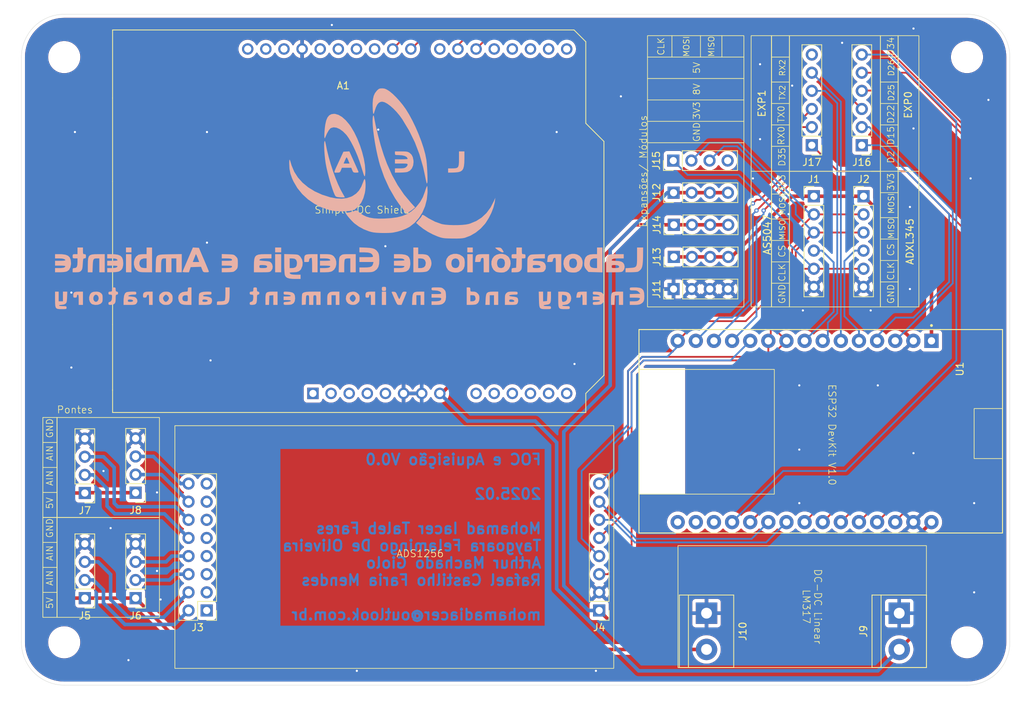
<source format=kicad_pcb>
(kicad_pcb (version 20241229) (generator "pcbnew") (generator_version "9.0")
  (layers (0 "F.Cu" signal) (2 "B.Cu" signal) (13 "F.Paste" user) (15 "B.Paste" user) (5 "F.SilkS" user "F.Silkscreen") (7 "B.SilkS" user "B.Silkscreen") (1 "F.Mask" user) (3 "B.Mask" user) (25 "Edge.Cuts" user))
  (net 0 "")
  (net 33 "CS_ADXL")
  (net 35 "D22")
  (net 36 "D34")
  (net 37 "D26")
  (net 38 "D25")
  (net 40 "D2")
  (net 41 "D15")
  (net 43 "D35")
  (net 44 "TX2")
  (net 45 "TX0")
  (net 46 "RX2")
  (net 48 "RX0")
  (net 50 "mot_2")
  (net 51 "mot_en")
  (net 52 "GND")
  (net 53 "+8V")
  (net 54 "mot_3")
  (net 55 "mot_1")
  (net 56 "+5V")
  (net 57 "+3.3V")
  (net 58 "MISO")
  (net 59 "CS_AS5047")
  (net 60 "CLK")
  (net 61 "MOSI")
  (net 62 "AIN2")
  (net 63 "AIN6")
  (net 64 "AIN3")
  (net 65 "AIN0")
  (net 66 "AIN7")
  (net 67 "AIN4")
  (net 68 "AIN5")
  (net 69 "AIN1")
  (net 70 "DRDY_ADS1256")
  (net 71 "RST_ADS1256")
  (net 72 "CS_ADS1256")
  (footprint "MountingHole:MountingHole_4mm" (layer "F.Cu") (at 239.5 142)
    (property "Reference" "H1" (hide yes))
    (property "Value" "MountingHole" (hide yes))
  )
  (footprint "Connector_PinHeader_2.54mm:PinHeader_1x04_P2.54mm_Vertical" (layer "F.Cu") (at 123 121.04 180)
    (property "Reference" "J8")
    (property "Value" "Conn_01x04" (hide yes))
  )
  (footprint "Connector_PinHeader_2.54mm:PinHeader_1x04_P2.54mm_Vertical" (layer "F.Cu") (at 115.886667 135.81 180)
    (property "Reference" "J5")
    (property "Value" "Conn_01x04" (hide yes))
  )
  (footprint "Connector_PinHeader_2.54mm:PinHeader_1x08_P2.54mm_Vertical" (layer "F.Cu") (at 187.96 137.54 180)
    (property "Reference" "J4")
    (property "Value" "Conn_01x08" (hide yes))
  )
  (footprint "Connector_PinHeader_2.54mm:PinHeader_1x04_P2.54mm_Vertical" (layer "F.Cu") (at 115.886667 121.08 180)
    (property "Reference" "J7")
    (property "Value" "Conn_01x04" (hide yes))
  )
  (footprint "Connector_PinHeader_2.54mm:PinHeader_1x06_P2.54mm_Vertical" (layer "F.Cu") (at 224.755 72.35 180)
    (property "Reference" "J16")
    (property "Value" "EXP0")
  )
  (footprint "simbolos:MODULE_ESP32_DEVKIT_V1" (layer "F.Cu") (at 219.005 112.46 -90)
    (property "Reference" "U1")
    (property "Value" "ESP32-DEVKIT-V1")
  )
  (footprint "Connector_PinHeader_2.54mm:PinHeader_1x04_P2.54mm_Vertical" (layer "F.Cu") (at 123 135.81 180)
    (property "Reference" "J6")
    (property "Value" "Conn_01x04" (hide yes))
  )
  (footprint "Connector_PinHeader_2.54mm:PinHeader_1x04_P2.54mm_Vertical" (layer "F.Cu") (at 198.42 88 90)
    (property "Reference" "J13")
    (property "Value" "Conn_01x04" (hide yes))
  )
  (footprint "Module:Arduino_UNO_R3" (layer "F.Cu") (at 147.85 59.125)
    (property "Reference" "A1")
    (property "Value" "simple_FOC")
  )
  (footprint "Connector_PinHeader_2.54mm:PinHeader_1x06_P2.54mm_Vertical" (layer "F.Cu") (at 225 79.5)
    (property "Reference" "J2")
    (property "Value" "ADXL345")
  )
  (footprint "Connector_PinHeader_2.54mm:PinHeader_2x08_P2.54mm_Vertical" (layer "F.Cu") (at 132.96 137.54 180)
    (property "Reference" "J3")
    (property "Value" "Conn_02x08_Top_Bottom" (hide yes))
  )
  (footprint "Connector_PinHeader_2.54mm:PinHeader_1x04_P2.54mm_Vertical" (layer "F.Cu") (at 198.38 79 90)
    (property "Reference" "J12")
    (property "Value" "Conn_01x04" (hide yes))
  )
  (footprint "Connector_PinHeader_2.54mm:PinHeader_1x06_P2.54mm_Vertical" (layer "F.Cu") (at 217.755 72.35 180)
    (property "Reference" "J17")
    (property "Value" "EXP1")
  )
  (footprint "MountingHole:MountingHole_4mm" (layer "F.Cu") (at 113 60)
    (property "Reference" "H3" (hide yes))
    (property "Value" "MountingHole" (hide yes))
  )
  (footprint "MountingHole:MountingHole_4mm" (layer "F.Cu") (at 239.5 60)
    (property "Reference" "H4" (hide yes))
    (property "Value" "MountingHole" (hide yes))
  )
  (footprint "Connector_PinHeader_2.54mm:PinHeader_1x04_P2.54mm_Vertical" (layer "F.Cu") (at 198.42 83.5 90)
    (property "Reference" "J14")
    (property "Value" "Conn_01x04" (hide yes))
  )
  (footprint "Connector_PinHeader_2.54mm:PinHeader_1x06_P2.54mm_Vertical" (layer "F.Cu") (at 218.04 79.5)
    (property "Reference" "J1")
    (property "Value" "AS5047")
  )
  (footprint "Connector_PinHeader_2.54mm:PinHeader_1x04_P2.54mm_Vertical" (layer "F.Cu") (at 198.38 92.5 90)
    (property "Reference" "J11")
    (property "Value" "Conn_01x04" (hide yes))
  )
  (footprint "TerminalBlock:TerminalBlock_bornier-2_P5.08mm" (layer "F.Cu") (at 203 137.92 -90)
    (property "Reference" "J10")
    (property "Value" "Conn_01x02" (hide yes))
  )
  (footprint "Connector_PinHeader_2.54mm:PinHeader_1x04_P2.54mm_Vertical" (layer "F.Cu") (at 198.34 74.5 90)
    (property "Reference" "J15")
    (property "Value" "Conn_01x04" (hide yes))
  )
  (footprint "MountingHole:MountingHole_4mm" (layer "F.Cu") (at 113 142)
    (property "Reference" "H2" (hide yes))
    (property "Value" "MountingHole" (hide yes))
  )
  (footprint "TerminalBlock:TerminalBlock_bornier-2_P5.08mm" (layer "F.Cu") (at 230 137.92 -90)
    (property "Reference" "J9")
    (property "Value" "Conn_01x02" (hide yes))
  )
  (footprint "logo_lea:LOGO" (layer "B.Cu") (at 159 75 180)
    (property "Reference" "G***" (hide yes))
    (property "Value" "LOGO" (hide yes))
  )
  (footprint "logo_lea:LOGO_TXT" (layer "B.Cu") (at 153 91 180)
    (property "Reference" "G***" (hide yes))
    (property "Value" "LOGO" (hide yes))
  )
  (gr_rect (start 112 110.5) (end 126.339999 124.5) (stroke (width 0.1)) (fill no) (layer "F.SilkS"))
  (gr_rect (start 128.5 111.65) (end 190 145.65) (stroke (width 0.1)) (fill no) (layer "F.SilkS"))
  (gr_line (start 110 117.5) (end 112 117.5) (stroke (width 0.1)) (layer "F.SilkS"))
  (gr_line (start 194.73 72) (end 208.23 72) (stroke (width 0.1)) (layer "F.SilkS"))
  (gr_rect (start 214.605 57) (end 227.355 76) (stroke (width 0.1)) (fill no) (layer "F.SilkS"))
  (gr_rect (start 212.105 57) (end 214.605 95) (stroke (width 0.1)) (fill no) (layer "F.SilkS"))
  (gr_line (start 110 114) (end 112 114) (stroke (width 0.1)) (layer "F.SilkS"))
  (gr_line (start 205.15 60) (end 205.15 57) (stroke (width 0.1)) (layer "F.SilkS"))
  (gr_line (start 226.105 76) (end 229.855 76) (stroke (width 0.1)) (layer "F.SilkS"))
  (gr_line (start 110 128) (end 112 128) (stroke (width 0.1)) (layer "F.SilkS"))
  (gr_rect (start 112 124.5) (end 126.339999 138.5) (stroke (width 0.1)) (fill no) (layer "F.SilkS"))
  (gr_line (start 227.355 69.5) (end 229.855 69.5) (stroke (width 0.1)) (layer "F.SilkS"))
  (gr_line (start 212.105 60) (end 214.605 60) (stroke (width 0.1)) (layer "F.SilkS"))
  (gr_rect (start 240.5 109.249) (end 244.48 116.26) (stroke (width 0.1)) (fill no) (layer "F.SilkS"))
  (gr_rect (start 214.605 76) (end 227.355 95) (stroke (width 0.1)) (fill no) (layer "F.SilkS"))
  (gr_line (start 194.73 63) (end 208.23 63) (stroke (width 0.1)) (layer "F.SilkS"))
  (gr_line (start 227.355 85.5) (end 229.855 85.5) (stroke (width 0.1)) (layer "F.SilkS"))
  (gr_line (start 110 121) (end 112 121) (stroke (width 0.1)) (layer "F.SilkS"))
  (gr_line (start 202.15 60) (end 202.15 57) (stroke (width 0.1)) (layer "F.SilkS"))
  (gr_rect (start 110 124.5) (end 112 138.5) (stroke (width 0.1)) (fill no) (layer "F.SilkS"))
  (gr_line (start 198.15 60) (end 198.15 57) (stroke (width 0.1)) (layer "F.SilkS"))
  (gr_line (start 227.355 91.5) (end 229.81 91.5) (stroke (width 0.1)) (layer "F.SilkS"))
  (gr_line (start 212.105 69.5) (end 214.605 69.5) (stroke (width 0.1)) (layer "F.SilkS"))
  (gr_rect (start 194.73 57) (end 208.23 95) (stroke (width 0.1)) (fill no) (layer "F.SilkS"))
  (gr_line (start 194.73 66) (end 208.23 66) (stroke (width 0.1)) (layer "F.SilkS"))
  (gr_line (start 212.105 88.69) (end 214.605 88.69) (stroke (width 0.1)) (layer "F.SilkS"))
  (gr_line (start 212.105 63.5) (end 214.605 63.5) (stroke (width 0.1)) (layer "F.SilkS"))
  (gr_rect (start 193.53 103.76) (end 212.5 121.24) (stroke (width 0.1)) (fill no) (layer "F.SilkS"))
  (gr_line (start 212.105 66.5) (end 214.605 66.5) (stroke (width 0.1)) (layer "F.SilkS"))
  (gr_rect (start 209.255 57) (end 212.105 95) (stroke (width 0.1)) (fill no) (layer "F.SilkS"))
  (gr_line (start 227.355 60) (end 229.855 60) (stroke (width 0.1)) (layer "F.SilkS"))
  (gr_line (start 212.105 91.69) (end 214.56 91.69) (stroke (width 0.1)) (layer "F.SilkS"))
  (gr_line (start 229.855 76) (end 232.755 76) (stroke (width 0.1)) (layer "F.SilkS"))
  (gr_line (start 227.355 66.5) (end 229.855 66.5) (stroke (width 0.1)) (layer "F.SilkS"))
  (gr_line (start 194.73 60) (end 208.23 60) (stroke (width 0.1)) (layer "F.SilkS"))
  (gr_line (start 227.355 63.5) (end 229.855 63.5) (stroke (width 0.1)) (layer "F.SilkS"))
  (gr_rect (start 227.355 57) (end 229.855 95) (stroke (width 0.1)) (fill no) (layer "F.SilkS"))
  (gr_line (start 110 135) (end 112 135) (stroke (width 0.1)) (layer "F.SilkS"))
  (gr_line (start 214.605 76) (end 212.105 76) (stroke (width 0.1)) (layer "F.SilkS"))
  (gr_line (start 227.355 82.5) (end 229.855 82.5) (stroke (width 0.1)) (layer "F.SilkS"))
  (gr_line (start 227.355 88.5) (end 229.855 88.5) (stroke (width 0.1)) (layer "F.SilkS"))
  (gr_rect (start 110 110.5) (end 112 124.5) (stroke (width 0.1)) (fill no) (layer "F.SilkS"))
  (gr_line (start 212.105 85.69) (end 214.605 85.69) (stroke (width 0.1)) (layer "F.SilkS"))
  (gr_line (start 227.355 79) (end 229.855 79) (stroke (width 0.1)) (layer "F.SilkS"))
  (gr_rect (start 229.855 57) (end 232.755 95) (stroke (width 0.1)) (fill no) (layer "F.SilkS"))
  (gr_line (start 227.355 72.5) (end 229.81 72.5) (stroke (width 0.1)) (layer "F.SilkS"))
  (gr_line (start 212.105 72.5) (end 214.56 72.5) (stroke (width 0.1)) (layer "F.SilkS"))
  (gr_line (start 212.105 79.19) (end 214.605 79.19) (stroke (width 0.1)) (layer "F.SilkS"))
  (gr_line (start 212.105 76) (end 209.255 76) (stroke (width 0.1)) (layer "F.SilkS"))
  (gr_line (start 212.105 82.69) (end 214.605 82.69) (stroke (width 0.1)) (layer "F.SilkS"))
  (gr_line (start 110 131.5) (end 112 131.5) (stroke (width 0.1)) (layer "F.SilkS"))
  (gr_line (start 194.73 69) (end 208.23 69) (stroke (width 0.1)) (layer "F.SilkS"))
  (gr_rect (start 199 128.46) (end 233.81 145.54) (stroke (width 0.1)) (fill no) (layer "F.SilkS"))
  (gr_arc (start 239.5 54) (mid 243.742641 55.757359) (end 245.5 60) (stroke (width 0.05)) (layer "Edge.Cuts"))
  (gr_line (start 245.5 60) (end 245.5 142) (stroke (width 0.05)) (layer "Edge.Cuts"))
  (gr_line (start 113 54) (end 239.5 54) (stroke (width 0.05)) (layer "Edge.Cuts"))
  (gr_arc (start 107 60) (mid 108.757359 55.757359) (end 113 54) (stroke (width 0.05)) (layer "Edge.Cuts"))
  (gr_line (start 239.5 148) (end 113 148) (stroke (width 0.05)) (layer "Edge.Cuts"))
  (gr_line (start 107 142) (end 107 60) (stroke (width 0.05)) (layer "Edge.Cuts"))
  (gr_arc (start 245.5 142) (mid 243.742641 146.242641) (end 239.5 148) (stroke (width 0.05)) (layer "Edge.Cuts"))
  (gr_arc (start 113 148) (mid 108.757359 146.242641) (end 107 142) (stroke (width 0.05)) (layer "Edge.Cuts"))
  (gr_text "FOC e Aquisição V0.0\n\n2025.02\n\nMohamad Iacer Taleb Fares\nTaygoara Felamingo De Oliveira\nArthur Machado Giolo\nRafael Castilho Faria Mendes\n\nmohamadiacer@outlook.com.br\n" (at 180 139 0) (layer "B.Cu") (effects (font (size 1.5 1.5) (thickness 0.3) (bold yes)) (justify left bottom mirror)))
  (gr_text "MISO" (at 214.105 84.19 90) (layer "F.SilkS") (effects (font (size 0.8 0.8) (thickness 0.1)) (justify bottom)))
  (gr_text "GND" (at 111.5 126 90) (layer "F.SilkS") (effects (font (size 0.9 0.9) (thickness 0.1)) (justify bottom)))
  (gr_text "MISO" (at 204.15 58.5 90) (layer "F.SilkS") (effects (font (size 0.8 0.8) (thickness 0.1)) (justify bottom)))
  (gr_text "D26" (at 229.355 61.5 90) (layer "F.SilkS") (effects (font (size 0.8 0.8) (thickness 0.1)) (justify bottom)))
  (gr_text "DC-DC Linear\nLM317" (at 216.405 137 270) (layer "F.SilkS") (effects (font (size 1 1) (thickness 0.1)) (justify bottom)))
  (gr_text "MOSI" (at 229.355 80.5 90) (layer "F.SilkS") (effects (font (size 0.8 0.8) (thickness 0.1)) (justify bottom)))
  (gr_text "D15" (at 229.355 71 90) (layer "F.SilkS") (effects (font (size 0.9 0.9) (thickness 0.1)) (justify bottom)))
  (gr_text "MISO" (at 229.355 84 90) (layer "F.SilkS") (effects (font (size 0.8 0.8) (thickness 0.1)) (justify bottom)))
  (gr_text "MOSI" (at 200.65 58.5 90) (layer "F.SilkS") (effects (font (size 0.8 0.8) (thickness 0.1)) (justify bottom)))
  (gr_text "GND" (at 111.5 112 90) (layer "F.SilkS") (effects (font (size 0.9 0.9) (thickness 0.1)) (justify bottom)))
  (gr_text "D25" (at 229.355 65 90) (layer "F.SilkS") (effects (font (size 0.8 0.8) (thickness 0.1)) (justify bottom)))
  (gr_text "AIN" (at 111.5 119 90) (layer "F.SilkS") (effects (font (size 0.9 0.9) (thickness 0.1)) (justify bottom)))
  (gr_text "5V" (at 111.5 122.5 90) (layer "F.SilkS") (effects (font (size 0.9 0.9) (thickness 0.1)) (justify bottom)))
  (gr_text "D34" (at 229.355 58.5 90) (layer "F.SilkS") (effects (font (size 0.9 0.9) (thickness 0.1)) (justify bottom)))
  (gr_text "3V3" (at 229.355 77.5 90) (layer "F.SilkS") (effects (font (size 0.9 0.9) (thickness 0.1)) (justify bottom)))
  (gr_text "MOSI" (at 214.105 80.69 90) (layer "F.SilkS") (effects (font (size 0.8 0.8) (thickness 0.1)) (justify bottom)))
  (gr_text "CLK" (at 229.355 90 90) (layer "F.SilkS") (effects (font (size 0.9 0.9) (thickness 0.1)) (justify bottom)))
  (gr_text "SimpleFOC Shield" (at 148 82 0) (layer "F.SilkS") (effects (font (size 1 1) (thickness 0.1)) (justify left bottom)))
  (gr_text "AIN" (at 111.5 115.5 90) (layer "F.SilkS") (effects (font (size 0.9 0.9) (thickness 0.1)) (justify bottom)))
  (gr_text "GND" (at 229.355 93.19 90) (layer "F.SilkS") (effects (font (size 0.9 0.9) (thickness 0.1)) (justify bottom)))
  (gr_text "RX0" (at 214 71 90) (layer "F.SilkS") (effects (font (size 0.9 0.9) (thickness 0.1)) (justify bottom)))
  (gr_text "CS" (at 214.105 87.19 90) (layer "F.SilkS") (effects (font (size 0.9 0.9) (thickness 0.1)) (justify bottom)))
  (gr_text "TX2" (at 214.105 65 90) (layer "F.SilkS") (effects (font (size 0.8 0.8) (thickness 0.1)) (justify bottom)))
  (gr_text "Expansões/ Módulos" (at 194.73 76 90) (layer "F.SilkS") (effects (font (size 1 1) (thickness 0.1)) (justify bottom)))
  (gr_text "GND" (at 214.105 93.19 90) (layer "F.SilkS") (effects (font (size 0.9 0.9) (thickness 0.1)) (justify bottom)))
  (gr_text "GND" (at 202.15 70.5 90) (layer "F.SilkS") (effects (font (size 0.9 0.9) (thickness 0.1)) (justify bottom)))
  (gr_text "Pontes" (at 114.5 110 0) (layer "F.SilkS") (effects (font (size 1 1) (thickness 0.1)) (justify bottom)))
  (gr_text "5V" (at 111.5 136.5 90) (layer "F.SilkS") (effects (font (size 0.9 0.9) (thickness 0.1)) (justify bottom)))
  (gr_text "CS" (at 229.355 87 90) (layer "F.SilkS") (effects (font (size 0.9 0.9) (thickness 0.1)) (justify bottom)))
  (gr_text "D22" (at 229.355 68 90) (layer "F.SilkS") (effects (font (size 0.9 0.9) (thickness 0.1)) (justify bottom)))
  (gr_text "8V\n" (at 202.15 64.5 90) (layer "F.SilkS") (effects (font (size 0.9 0.9) (thickness 0.1)) (justify bottom)))
  (gr_text "D35" (at 214.105 74 90) (layer "F.SilkS") (effects (font (size 0.9 0.9) (thickness 0.1)) (justify bottom)))
  (gr_text "D2" (at 229.355 74 90) (layer "F.SilkS") (effects (font (size 0.9 0.9) (thickness 0.1)) (justify bottom)))
  (gr_text "3V3" (at 202.15 67.5 90) (layer "F.SilkS") (effects (font (size 0.9 0.9) (thickness 0.1)) (justify bottom)))
  (gr_text "AIN" (at 111.5 129.5 90) (layer "F.SilkS") (effects (font (size 0.9 0.9) (thickness 0.1)) (justify bottom)))
  (gr_text "ADS1256" (at 159.5 130.15 0) (layer "F.SilkS") (effects (font (size 1 1) (thickness 0.1)) (justify left bottom)))
  (gr_text "CLK" (at 197.15 58.5 90) (layer "F.SilkS") (effects (font (size 0.9 0.9) (thickness 0.1)) (justify bottom)))
  (gr_text "TX0" (at 214 68 90) (layer "F.SilkS") (effects (font (size 0.9 0.9) (thickness 0.1)) (justify bottom)))
  (gr_text "RX2" (at 214.105 61.5 90) (layer "F.SilkS") (effects (font (size 0.8 0.8) (thickness 0.1)) (justify bottom)))
  (gr_text "ESP32 DevKit V1.0" (at 220 105.76 270) (layer "F.SilkS") (effects (font (size 1 1) (thickness 0.1)) (justify left bottom)))
  (gr_text "3V3" (at 214.105 77.69 90) (layer "F.SilkS") (effects (font (size 0.9 0.9) (thickness 0.1)) (justify bottom)))
  (gr_text "CLK" (at 214.105 90.19 90) (layer "F.SilkS") (effects (font (size 0.9 0.9) (thickness 0.1)) (justify bottom)))
  (gr_text "AIN" (at 111.5 133 90) (layer "F.SilkS") (effects (font (size 0.9 0.9) (thickness 0.1)) (justify bottom)))
  (gr_text "5V" (at 202.15 61.5 90) (layer "F.SilkS") (effects (font (size 0.9 0.9) (thickness 0.1)) (justify bottom)))
  (segment (start 225 87.12) (end 224.995 87.12) (width 0.25) (layer "F.Cu") (net 33))
  (segment (start 225 87.12) (end 223.78996 87.12) (width 0.25) (layer "B.Cu") (net 33))
  (segment (start 223.78996 87.12) (end 222.321 88.58896) (width 0.25) (layer "B.Cu") (net 33))
  (segment (start 222.321 96.321) (end 224.36 98.36) (width 0.25) (layer "B.Cu") (net 33))
  (segment (start 224.36 98.36) (end 224.36 99.76) (width 0.25) (layer "B.Cu") (net 33))
  (segment (start 222.321 88.58896) (end 222.321 96.321) (width 0.25) (layer "B.Cu") (net 33))
  (segment (start 213.498 77.002) (end 213.498 60.002) (width 0.25) (layer "F.Cu") (net 35))
  (segment (start 215.5 58) (end 220 58) (width 0.25) (layer "F.Cu") (net 35))
  (segment (start 210 80) (end 210.5 80) (width 0.25) (layer "F.Cu") (net 35))
  (segment (start 209.5 80.5) (end 210 80) (width 0.25) (layer "F.Cu") (net 35))
  (segment (start 220 58) (end 222.5 60.5) (width 0.25) (layer "F.Cu") (net 35))
  (segment (start 222.5 65.015) (end 224.755 67.27) (width 0.25) (layer "F.Cu") (net 35))
  (segment (start 210.5 80) (end 213.498 77.002) (width 0.25) (layer "F.Cu") (net 35))
  (segment (start 213.498 60.002) (end 215.5 58) (width 0.25) (layer "F.Cu") (net 35))
  (segment (start 222.5 60.5) (end 222.5 65.015) (width 0.25) (layer "F.Cu") (net 35))
  (via (at 209.5 80.5) (size 0.6) (drill 0.3) (layers "F.Cu" "B.Cu") (net 35))
  (segment (start 209 82) (end 208.998 82.002) (width 0.25) (layer "B.Cu") (net 35))
  (segment (start 208.998 88) (end 208.998 83.002) (width 0.25) (layer "B.Cu") (net 35))
  (segment (start 206.59148 96.5) (end 208.04574 95.04574) (width 0.25) (layer "B.Cu") (net 35))
  (segment (start 209.5 80.5) (end 209 81) (width 0.25) (layer "B.Cu") (net 35))
  (segment (start 205.5 96.5) (end 206.59148 96.5) (width 0.25) (layer "B.Cu") (net 35))
  (segment (start 204.76 96.5) (end 205.5 96.5) (width 0.25) (layer "B.Cu") (net 35))
  (segment (start 208.998 94.09348) (end 208.998 88) (width 0.25) (layer "B.Cu") (net 35))
  (segment (start 208.04574 95.04574) (end 208.998 94.09348) (width 0.25) (layer "B.Cu") (net 35))
  (segment (start 209 81) (end 209 82) (width 0.25) (layer "B.Cu") (net 35))
  (segment (start 208.998 82.002) (end 208.998 83.002) (width 0.25) (layer "B.Cu") (net 35))
  (segment (start 201.5 99.76) (end 204.76 96.5) (width 0.25) (layer "B.Cu") (net 35))
  (segment (start 208.998 83.002) (end 209 83) (width 0.25) (layer "B.Cu") (net 35))
  (segment (start 224.755 59.65) (end 228.65 59.65) (width 0.25) (layer "B.Cu") (net 36))
  (segment (start 238 102.5) (end 222.5 118) (width 0.25) (layer "B.Cu") (net 36))
  (segment (start 222.5 118) (end 213.74 118) (width 0.25) (layer "B.Cu") (net 36))
  (segment (start 213.74 118) (end 206.58 125.16) (width 0.25) (layer "B.Cu") (net 36))
  (segment (start 228.65 59.65) (end 238 69) (width 0.25) (layer "B.Cu") (net 36))
  (segment (start 238 69) (end 238 102.5) (width 0.25) (layer "B.Cu") (net 36))
  (segment (start 241.999 73.20752) (end 241.999 109.583959) (width 0.25) (layer "F.Cu") (net 37))
  (segment (start 224.755 62.19) (end 230.98148 62.19) (width 0.25) (layer "F.Cu") (net 37))
  (segment (start 230.98148 62.19) (end 241.999 73.20752) (width 0.25) (layer "F.Cu") (net 37))
  (segment (start 241.999 109.583959) (end 230.084958 121.498) (width 0.25) (layer "F.Cu") (net 37))
  (segment (start 230.084958 121.498) (end 222.942 121.498) (width 0.25) (layer "F.Cu") (net 37))
  (segment (start 222.942 121.498) (end 219.28 125.16) (width 0.25) (layer "F.Cu") (net 37))
  (segment (start 220.903 120.997) (end 216.74 125.16) (width 0.25) (layer "F.Cu") (net 38))
  (segment (start 232.691 64.691) (end 241.498 73.498) (width 0.25) (layer "F.Cu") (net 38))
  (segment (start 241.498 73.498) (end 241.498 109.376438) (width 0.25) (layer "F.Cu") (net 38))
  (segment (start 229.877438 120.997) (end 220.903 120.997) (width 0.25) (layer "F.Cu") (net 38))
  (segment (start 241.498 109.376438) (end 229.877438 120.997) (width 0.25) (layer "F.Cu") (net 38))
  (segment (start 224.755 64.73) (end 224.794 64.691) (width 0.25) (layer "F.Cu") (net 38))
  (segment (start 224.794 64.691) (end 232.691 64.691) (width 0.25) (layer "F.Cu") (net 38))
  (segment (start 236.999 91.49248) (end 231.99148 96.5) (width 0.25) (layer "B.Cu") (net 40))
  (segment (start 224.755 72.35) (end 227.35 72.35) (width 0.25) (layer "B.Cu") (net 40))
  (segment (start 231.99148 96.5) (end 229.5 96.5) (width 0.25) (layer "B.Cu") (net 40))
  (segment (start 226.9 99.1) (end 226.9 99.76) (width 0.25) (layer "B.Cu") (net 40))
  (segment (start 229.5 96.5) (end 226.9 99.1) (width 0.25) (layer "B.Cu") (net 40))
  (segment (start 227.35 72.35) (end 236.999 81.999) (width 0.25) (layer "B.Cu") (net 40))
  (segment (start 236.999 81.999) (end 236.999 91.49248) (width 0.25) (layer "B.Cu") (net 40))
  (segment (start 237.5 81.5) (end 237.5 91.7) (width 0.25) (layer "B.Cu") (net 41))
  (segment (start 237.5 91.7) (end 229.44 99.76) (width 0.25) (layer "B.Cu") (net 41))
  (segment (start 225.81 69.81) (end 237.5 81.5) (width 0.25) (layer "B.Cu") (net 41))
  (segment (start 224.755 69.81) (end 225.81 69.81) (width 0.25) (layer "B.Cu") (net 41))
  (segment (start 231 76) (end 240.997 85.997) (width 0.25) (layer "F.Cu") (net 43))
  (segment (start 221.405 76) (end 231 76) (width 0.25) (layer "F.Cu") (net 43))
  (segment (start 220.69548 120.496) (end 220.691479 120.5) (width 0.25) (layer "F.Cu") (net 43))
  (segment (start 213.78 120.5) (end 209.12 125.16) (width 0.25) (layer "F.Cu") (net 43))
  (segment (start 217.755 72.35) (end 221.405 76) (width 0.25) (layer "F.Cu") (net 43))
  (segment (start 240.997 85.997) (end 240.997 109.168918) (width 0.25) (layer "F.Cu") (net 43))
  (segment (start 240.997 109.168918) (end 229.669918 120.496) (width 0.25) (layer "F.Cu") (net 43))
  (segment (start 220.691479 120.5) (end 213.78 120.5) (width 0.25) (layer "F.Cu") (net 43))
  (segment (start 229.669918 120.496) (end 220.69548 120.496) (width 0.25) (layer "F.Cu") (net 43))
  (segment (start 219.58648 64.73) (end 217.755 64.73) (width 0.25) (layer "B.Cu") (net 44))
  (segment (start 219.28 99.76) (end 220 99.04) (width 0.25) (layer "B.Cu") (net 44))
  (segment (start 221.319 66.46252) (end 219.58648 64.73) (width 0.25) (layer "B.Cu") (net 44))
  (segment (start 220 99.04) (end 220 97.20852) (width 0.25) (layer "B.Cu") (net 44))
  (segment (start 220 97.20852) (end 221.319 95.88952) (width 0.25) (layer "B.Cu") (net 44))
  (segment (start 221.319 95.88952) (end 221.319 66.46252) (width 0.25) (layer "B.Cu") (net 44))
  (segment (start 213.999 77.501) (end 213.999 71.026) (width 0.25) (layer "F.Cu") (net 45))
  (segment (start 213.999 71.026) (end 217.755 67.27) (width 0.25) (layer "F.Cu") (net 45))
  (segment (start 210 81.5) (end 213.999 77.501) (width 0.25) (layer "F.Cu") (net 45))
  (via (at 210 81.5) (size 0.6) (drill 0.3) (layers "F.Cu" "B.Cu") (net 45))
  (segment (start 209.499 94.301) (end 209.499 84.001) (width 0.25) (layer "B.Cu") (net 45))
  (segment (start 209.499 84.001) (end 209.5 84) (width 0.25) (layer "B.Cu") (net 45))
  (segment (start 204.04 99.76) (end 209.499 94.301) (width 0.25) (layer "B.Cu") (net 45))
  (segment (start 209.5 82) (end 210 81.5) (width 0.25) (layer "B.Cu") (net 45))
  (segment (start 209.5 84) (end 209.5 82) (width 0.25) (layer "B.Cu") (net 45))
  (segment (start 221.82 66.255) (end 217.755 62.19) (width 0.25) (layer "B.Cu") (net 46))
  (segment (start 221.82 99.76) (end 221.82 66.255) (width 0.25) (layer "B.Cu") (net 46))
  (segment (start 216.19 69.81) (end 217.755 69.81) (width 0.25) (layer "F.Cu") (net 48))
  (segment (start 214.5 78) (end 214.5 71.5) (width 0.25) (layer "F.Cu") (net 48))
  (segment (start 211 81.5) (end 214.5 78) (width 0.25) (layer "F.Cu") (net 48))
  (segment (start 214.5 71.5) (end 216.19 69.81) (width 0.25) (layer "F.Cu") (net 48))
  (via (at 211 81.5) (size 0.6) (drill 0.3) (layers "F.Cu" "B.Cu") (net 48))
  (segment (start 210 96.34) (end 210 83) (width 0.25) (layer "B.Cu") (net 48))
  (segment (start 210.75 82.25) (end 211 82) (width 0.25) (layer "B.Cu") (net 48))
  (segment (start 210 83) (end 210.75 82.25) (width 0.25) (layer "B.Cu") (net 48))
  (segment (start 211 82) (end 211 81.5) (width 0.25) (layer "B.Cu") (net 48))
  (segment (start 206.58 99.76) (end 210 96.34) (width 0.25) (layer "B.Cu") (net 48))
  (segment (start 230.292479 121.999) (end 226.81248 121.999) (width 0.25) (layer "F.Cu") (net 50))
  (segment (start 242.5 109.79148) (end 230.292479 121.999) (width 0.25) (layer "F.Cu") (net 50))
  (segment (start 224.98 122) (end 221.82 125.16) (width 0.25) (layer "F.Cu") (net 50))
  (segment (start 226.811479 122) (end 224.98 122) (width 0.25) (layer "F.Cu") (net 50))
  (segment (start 242.5 73) (end 242.5 109.79148) (width 0.25) (layer "F.Cu") (net 50))
  (segment (start 222.21 125.16) (end 221.82 125.16) (width 0.25) (layer "F.Cu") (net 50))
  (segment (start 170.71 58.865) (end 172.575 57) (width 0.25) (layer "F.Cu") (net 50))
  (segment (start 172.575 57) (end 226.5 57) (width 0.25) (layer "F.Cu") (net 50))
  (segment (start 226.5 57) (end 242.5 73) (width 0.25) (layer "F.Cu") (net 50))
  (segment (start 226.81248 121.999) (end 226.811479 122) (width 0.25) (layer "F.Cu") (net 50))
  (segment (start 164.502001 55.997999) (end 168.997999 55.997999) (width 0.25) (layer "F.Cu") (net 51))
  (segment (start 226.915042 55.998) (end 243.502001 72.58496) (width 0.25) (layer "F.Cu") (net 51))
  (segment (start 230.708521 123) (end 229.06 123) (width 0.25) (layer "F.Cu") (net 51))
  (segment (start 243.502 110.206521) (end 230.708521 123) (width 0.25) (layer "F.Cu") (net 51))
  (segment (start 229.06 123) (end 226.9 125.16) (width 0.25) (layer "F.Cu") (net 51))
  (segment (start 169 56) (end 169.791479 56) (width 0.25) (layer "F.Cu") (net 51))
  (segment (start 168.997999 55.997999) (end 169 56) (width 0.25) (layer "F.Cu") (net 51))
  (segment (start 169.791479 56) (end 169.79248 55.999) (width 0.25) (layer "F.Cu") (net 51))
  (segment (start 172.158959 55.999) (end 172.159959 55.998) (width 0.25) (layer "F.Cu") (net 51))
  (segment (start 161.635 58.865) (end 164.502001 55.997999) (width 0.25) (layer "F.Cu") (net 51))
  (segment (start 243.502001 72.58496) (end 243.502 110.206521) (width 0.25) (layer "F.Cu") (net 51))
  (segment (start 172.159959 55.998) (end 226.915042 55.998) (width 0.25) (layer "F.Cu") (net 51))
  (segment (start 161.57 58.865) (end 161.635 58.865) (width 0.25) (layer "F.Cu") (net 51))
  (segment (start 169.79248 55.999) (end 172.158959 55.999) (width 0.25) (layer "F.Cu") (net 51))
  (via (at 150.5 55.5) (size 0.6) (drill 0.3) (layers "F.Cu" "B.Cu") (net 52))
  (via (at 232 56) (size 0.6) (drill 0.3) (layers "F.Cu" "B.Cu") (net 52))
  (via (at 126 121) (size 0.6) (drill 0.3) (layers "F.Cu" "B.Cu") (net 52))
  (via (at 240 77) (size 0.6) (drill 0.3) (layers "F.Cu" "B.Cu") (net 52))
  (via (at 231.5 92.5) (size 0.6) (drill 0.3) (layers "F.Cu" "B.Cu") (net 52))
  (via (at 158 86.5) (size 0.6) (drill 0.3) (layers "F.Cu" "B.Cu") (net 52))
  (via (at 232 70) (size 0.6) (drill 0.3) (layers "F.Cu" "B.Cu") (net 52))
  (via (at 215 64) (size 0.6) (drill 0.3) (layers "F.Cu" "B.Cu") (net 52))
  (via (at 114 103.5) (size 0.6) (drill 0.3) (layers "F.Cu" "B.Cu") (net 52))
  (via (at 216.5 95.5) (size 0.6) (drill 0.3) (layers "F.Cu" "B.Cu") (net 52))
  (via (at 187.5 146) (size 0.6) (drill 0.3) (layers "F.Cu" "B.Cu") (net 52))
  (via (at 118.5 118) (size 0.6) (drill 0.3) (layers "F.Cu" "B.Cu") (net 52))
  (via (at 240.5 122.5) (size 0.6) (drill 0.3) (layers "F.Cu" "B.Cu") (net 52))
  (via (at 242.5 66) (size 0.6) (drill 0.3) (layers "F.Cu" "B.Cu") (net 52))
  (via (at 157 70.162555) (size 0.6) (drill 0.3) (layers "F.Cu" "B.Cu") (net 52))
  (via (at 119.5 126) (size 0.6) (drill 0.3) (layers "F.Cu" "B.Cu") (net 52))
  (via (at 114.5 70.5) (size 0.6) (drill 0.3) (layers "F.Cu" "B.Cu") (net 52))
  (via (at 210.5 61) (size 0.6) (drill 0.3) (layers "F.Cu" "B.Cu") (net 52))
  (via (at 114 93) (size 0.6) (drill 0.3) (layers "F.Cu" "B.Cu") (net 52))
  (via (at 214.5 82) (size 0.6) (drill 0.3) (layers "F.Cu" "B.Cu") (net 52))
  (via (at 122 144.5) (size 0.6) (drill 0.3) (layers "F.Cu" "B.Cu") (net 52))
  (via (at 133.5 102.5) (size 0.6) (drill 0.3) (layers "F.Cu" "B.Cu") (net 52))
  (via (at 240.5 135) (size 0.6) (drill 0.3) (layers "F.Cu" "B.Cu") (net 52))
  (via (at 226 95.5) (size 0.6) (drill 0.3) (layers "F.Cu" "B.Cu") (net 52))
  (via (at 126.5 136) (size 0.6) (drill 0.3) (layers "F.Cu" "B.Cu") (net 52))
  (via (at 184.5 103) (size 0.6) (drill 0.3) (layers "F.Cu" "B.Cu") (net 52))
  (via (at 227 106) (size 0.6) (drill 0.3) (layers "F.Cu" "B.Cu") (net 52))
  (via (at 191 65.5) (size 0.6) (drill 0.3) (layers "F.Cu" "B.Cu") (net 52))
  (via (at 222 58) (size 0.6) (drill 0.3) (layers "F.Cu" "B.Cu") (net 52))
  (via (at 216 106) (size 0.6) (drill 0.3) (layers "F.Cu" "B.Cu") (net 52))
  (via (at 210.5 71.5) (size 0.6) (drill 0.3) (layers "F.Cu" "B.Cu") (net 52))
  (via (at 231.5 81) (size 0.6) (drill 0.3) (layers "F.Cu" "B.Cu") (net 52))
  (via (at 133 70.5) (size 0.6) (drill 0.3) (layers "F.Cu" "B.Cu") (net 52))
  (via (at 216 115) (size 0.6) (drill 0.3) (layers "F.Cu" "B.Cu") (net 52))
  (via (at 232 115.5) (size 0.6) (drill 0.3) (layers "F.Cu" "B.Cu") (net 52))
  (via (at 209.5 77) (size 0.6) (drill 0.3) (layers "F.Cu" "B.Cu") (net 52))
  (via (at 182 70.5) (size 0.6) (drill 0.3) (layers "F.Cu" "B.Cu") (net 52))
  (via (at 154 146) (size 0.6) (drill 0.3) (layers "F.Cu" "B.Cu") (net 52))
  (via (at 126 132) (size 0.6) (drill 0.3) (layers "F.Cu" "B.Cu") (net 52))
  (via (at 216 122.5) (size 0.6) (drill 0.3) (layers "F.Cu" "B.Cu") (net 52))
  (via (at 133 86) (size 0.6) (drill 0.3) (layers "F.Cu" "B.Cu") (net 52))
  (segment (start 232.251 140.749) (end 232.251 127.429) (width 0.5) (layer "F.Cu") (net 53))
  (segment (start 172 104.5) (end 193 83.5) (width 0.5) (layer "F.Cu") (net 53))
  (segment (start 198.42 83.5) (end 200.96 83.5) (width 0.5) (layer "F.Cu") (net 53))
  (segment (start 203.5 83.5) (end 206.04 83.5) (width 0.5) (layer "F.Cu") (net 53))
  (segment (start 200.96 83.5) (end 203.5 83.5) (width 0.5) (layer "F.Cu") (net 53))
  (segment (start 165.875 107.125) (end 168.5 104.5) (width 0.5) (layer "F.Cu") (net 53))
  (segment (start 165.63 107.125) (end 165.875 107.125) (width 0.5) (layer "F.Cu") (net 53))
  (segment (start 193 83.5) (end 198.42 83.5) (width 0.5) (layer "F.Cu") (net 53))
  (segment (start 168.5 104.5) (end 172 104.5) (width 0.5) (layer "F.Cu") (net 53))
  (segment (start 230 143) (end 232.251 140.749) (width 0.5) (layer "F.Cu") (net 53))
  (segment (start 232.251 127.429) (end 234.52 125.16) (width 0.5) (layer "F.Cu") (net 53))
  (segment (start 227 146) (end 193.5 146) (width 0.5) (layer "B.Cu") (net 53))
  (segment (start 182 134.5) (end 182 114) (width 0.5) (layer "B.Cu") (net 53))
  (segment (start 179 111) (end 169.505 111) (width 0.5) (layer "B.Cu") (net 53))
  (segment (start 193.5 146) (end 182 134.5) (width 0.5) (layer "B.Cu") (net 53))
  (segment (start 230 143) (end 227 146) (width 0.5) (layer "B.Cu") (net 53))
  (segment (start 169.505 111) (end 165.63 107.125) (width 0.5) (layer "B.Cu") (net 53))
  (segment (start 182 114) (end 179 111) (width 0.5) (layer "B.Cu") (net 53))
  (segment (start 243.001 72.79248) (end 243.001 100.5) (width 0.25) (layer "F.Cu") (net 54))
  (segment (start 243.001 100.5) (end 243.001 100.501) (width 0.25) (layer "F.Cu") (net 54))
  (segment (start 170 56.5) (end 172.366479 56.5) (width 0.25) (layer "F.Cu") (net 54))
  (segment (start 168.17 58.865) (end 168.17 58.33) (width 0.25) (layer "F.Cu") (net 54))
  (segment (start 227.02 122.5) (end 224.36 125.16) (width 0.25) (layer "F.Cu") (net 54))
  (segment (start 226.707521 56.499) (end 243.001 72.79248) (width 0.25) (layer "F.Cu") (net 54))
  (segment (start 172.36748 56.499) (end 226.707521 56.499) (width 0.25) (layer "F.Cu") (net 54))
  (segment (start 243.001 100.5) (end 243.001 109.999) (width 0.25) (layer "F.Cu") (net 54))
  (segment (start 172.366479 56.5) (end 172.36748 56.499) (width 0.25) (layer "F.Cu") (net 54))
  (segment (start 243.001 109.999) (end 230.5 122.5) (width 0.25) (layer "F.Cu") (net 54))
  (segment (start 168.17 58.33) (end 170 56.5) (width 0.25) (layer "F.Cu") (net 54))
  (segment (start 230.5 122.5) (end 227.02 122.5) (width 0.25) (layer "F.Cu") (net 54))
  (segment (start 244.003 110.497) (end 229.44 125.06) (width 0.25) (layer "F.Cu") (net 55))
  (segment (start 159.03 58.865) (end 162.398001 55.496999) (width 0.25) (layer "F.Cu") (net 55))
  (segment (start 244.003002 72.37744) (end 244.003 110.497) (width 0.25) (layer "F.Cu") (net 55))
  (segment (start 162.398001 55.496999) (end 227.122563 55.497) (width 0.25) (layer "F.Cu") (net 55))
  (segment (start 229.44 125.06) (end 229.44 125.16) (width 0.25) (layer "F.Cu") (net 55))
  (segment (start 227.122563 55.497) (end 244.003002 72.37744) (width 0.25) (layer "F.Cu") (net 55))
  (segment (start 193.5 143) (end 193.42 143) (width 0.5) (layer "F.Cu") (net 56))
  (segment (start 193.42 143) (end 187.96 137.54) (width 0.5) (layer "F.Cu") (net 56))
  (segment (start 113.31 135.81) (end 115.886667 135.81) (width 0.5) (layer "F.Cu") (net 56))
  (segment (start 203 143) (end 193.5 143) (width 0.5) (layer "F.Cu") (net 56))
  (segment (start 198.38 79) (end 200.92 79) (width 0.5) (layer "F.Cu") (net 56))
  (segment (start 123 135.81) (end 115.886667 135.81) (width 0.5) (layer "F.Cu") (net 56))
  (segment (start 123 135.81) (end 130.19 143) (width 0.5) (layer "F.Cu") (net 56))
  (segment (start 203.46 79) (end 206 79) (width 0.5) (layer "F.Cu") (net 56))
  (segment (start 115.926667 121.04) (end 115.886667 121.08) (width 0.5) (layer "F.Cu") (net 56))
  (segment (start 110.5 124.5) (end 110.5 133) (width 0.5) (layer "F.Cu") (net 56))
  (segment (start 123 121.04) (end 115.926667 121.04) (width 0.5) (layer "F.Cu") (net 56))
  (segment (start 115.886667 121.08) (end 113.92 121.08) (width 0.5) (layer "F.Cu") (net 56))
  (segment (start 193.5 143) (end 130.19 143) (width 0.5) (layer "F.Cu") (net 56))
  (segment (start 110.5 133) (end 113.31 135.81) (width 0.5) (layer "F.Cu") (net 56))
  (segment (start 113.92 121.08) (end 110.5 124.5) (width 0.5) (layer "F.Cu") (net 56))
  (segment (start 200.92 79) (end 203.46 79) (width 0.5) (layer "F.Cu") (net 56))
  (segment (start 186.455628 137.54) (end 183 134.084372) (width 0.5) (layer "B.Cu") (net 56))
  (segment (start 183 112.5) (end 189.5 106) (width 0.5) (layer "B.Cu") (net 56))
  (segment (start 183 134.084372) (end 183 112.5) (width 0.5) (layer "B.Cu") (net 56))
  (segment (start 197.5 79) (end 198.38 79) (width 0.5) (layer "B.Cu") (net 56))
  (segment (start 187.96 137.54) (end 186.455628 137.54) (width 0.5) (layer "B.Cu") (net 56))
  (segment (start 189.5 106) (end 189.5 87) (width 0.5) (layer "B.Cu") (net 56))
  (segment (start 189.5 87) (end 197.5 79) (width 0.5) (layer "B.Cu") (net 56))
  (segment (start 198.42 88) (end 200.96 88) (width 0.5) (layer "F.Cu") (net 57))
  (segment (start 218 79.54) (end 218.04 79.5) (width 0.5) (layer "F.Cu") (net 57))
  (segment (start 215 79.5) (end 218.04 79.5) (width 0.5) (layer "F.Cu") (net 57))
  (segment (start 200.96 88) (end 203.5 88) (width 0.5) (layer "F.Cu") (net 57))
  (segment (start 206.5 88) (end 215 79.5) (width 0.5) (layer "F.Cu") (net 57))
  (segment (start 234.52 99.76) (end 234.52 89.02) (width 0.5) (layer "F.Cu") (net 57))
  (segment (start 234.52 89.02) (end 225 79.5) (width 0.5) (layer "F.Cu") (net 57))
  (segment (start 203.5 88) (end 206.04 88) (width 0.5) (layer "F.Cu") (net 57))
  (segment (start 218.04 79.5) (end 225 79.5) (width 0.5) (layer "F.Cu") (net 57))
  (segment (start 206.04 88) (end 206.5 88) (width 0.5) (layer "F.Cu") (net 57))
  (segment (start 225 79.5) (end 225.04 79.46) (width 0.5) (layer "B.Cu") (net 57))
  (segment (start 211.999 91.79248) (end 215.5 88.29148) (width 0.25) (layer "F.Cu") (net 58))
  (segment (start 211.66 101.34) (end 211.66 99.76) (width 0.25) (layer "F.Cu") (net 58))
  (segment (start 187.96 127.38) (end 191.999 123.341) (width 0.25) (layer "F.Cu") (net 58))
  (segment (start 225 84.58) (end 225 84.595) (width 0.25) (layer "F.Cu") (net 58))
  (segment (start 225.04 84.54) (end 225 84.58) (width 0.2) (layer "F.Cu") (net 58))
  (segment (start 211 102) (end 211.66 101.34) (width 0.25) (layer "F.Cu") (net 58))
  (segment (start 218.04 84.58) (end 225 84.58) (width 0.25) (layer "F.Cu") (net 58))
  (segment (start 215.5 88.29148) (end 215.5 87.12) (width 0.25) (layer "F.Cu") (net 58))
  (segment (start 191.999 123.341) (end 191.999 103.965645) (width 0.25) (layer "F.Cu") (net 58))
  (segment (start 191.999 103.965645) (end 193.964645 102) (width 0.25) (layer "F.Cu") (net 58))
  (segment (start 211.999 99.421) (end 211.999 91.79248) (width 0.25) (layer "F.Cu") (net 58))
  (segment (start 215.5 87.12) (end 218.04 84.58) (width 0.25) (layer "F.Cu") (net 58))
  (segment (start 193.964645 102) (end 211 102) (width 0.25) (layer "F.Cu") (net 58))
  (segment (start 211.66 99.76) (end 211.999 99.421) (width 0.25) (layer "F.Cu") (net 58))
  (segment (start 215.5 80.70852) (end 215.5 82.04) (width 0.25) (layer "B.Cu") (net 58))
  (segment (start 205.42 72.5) (end 207.29148 72.5) (width 0.25) (layer "B.Cu") (net 58))
  (segment (start 215.5 82.04) (end 218.04 84.58) (width 0.25) (layer "B.Cu") (net 58))
  (segment (start 203.42 74.5) (end 205.42 72.5) (width 0.25) (layer "B.Cu") (net 58))
  (segment (start 207.29148 72.5) (end 215.5 80.70852) (width 0.25) (layer "B.Cu") (net 58))
  (segment (start 218.04 87.12) (end 219.166605 87.12) (width 0.25) (layer "B.Cu") (net 59))
  (segment (start 220.818 88.771395) (end 220.818 95.682) (width 0.25) (layer "B.Cu") (net 59))
  (segment (start 219.166605 87.12) (end 220.818 88.771395) (width 0.25) (layer "B.Cu") (net 59))
  (segment (start 220.818 95.682) (end 216.74 99.76) (width 0.25) (layer "B.Cu") (net 59))
  (segment (start 211.46 102.5) (end 214.2 99.76) (width 0.25) (layer "F.Cu") (net 60))
  (segment (start 225.04 89.62) (end 225 89.66) (width 0.2) (layer "F.Cu") (net 60))
  (segment (start 192.5 129.122081) (end 192.5 104.173166) (width 0.25) (layer "F.Cu") (net 60))
  (segment (start 218.04 89.66) (end 225 89.66) (width 0.25) (layer "F.Cu") (net 60))
  (segment (start 212.5 92) (end 214.84 89.66) (width 0.25) (layer "F.Cu") (net 60))
  (segment (start 214.84 89.66) (end 218.04 89.66) (width 0.25) (layer "F.Cu") (net 60))
  (segment (start 192.5 104.173166) (end 194.173166 102.5) (width 0.25) (layer "F.Cu") (net 60))
  (segment (start 218 89.7) (end 218.04 89.66) (width 0.25) (layer "F.Cu") (net 60))
  (segment (start 194.173166 102.5) (end 211.46 102.5) (width 0.25) (layer "F.Cu") (net 60))
  (segment (start 187.96 132.46) (end 189.162081 132.46) (width 0.25) (layer "F.Cu") (net 60))
  (segment (start 214.2 99.76) (end 212.5 98.06) (width 0.25) (layer "F.Cu") (net 60))
  (segment (start 212.5 98.06) (end 212.5 92) (width 0.25) (layer "F.Cu") (net 60))
  (segment (start 189.162081 132.46) (end 192.5 129.122081) (width 0.25) (layer "F.Cu") (net 60))
  (segment (start 214.5 86.12) (end 218.04 89.66) (width 0.25) (layer "B.Cu") (net 60))
  (segment (start 218 89.7) (end 218.04 89.66) (width 0.25) (layer "B.Cu") (net 60))
  (segment (start 198.34 74.5) (end 200.34 76.5) (width 0.25) (layer "B.Cu") (net 60))
  (segment (start 218.04 88.95262) (end 218.04 89.66) (width 0.25) (layer "B.Cu") (net 60))
  (segment (start 214.5 83.5) (end 214.5 86.12) (width 0.25) (layer "B.Cu") (net 60))
  (segment (start 200.34 76.5) (end 207.5 76.5) (width 0.25) (layer "B.Cu") (net 60))
  (segment (start 207.5 76.5) (end 214.5 83.5) (width 0.25) (layer "B.Cu") (net 60))
  (segment (start 211.498 94.002) (end 211.498 91.58496) (width 0.25) (layer "F.Cu") (net 61))
  (segment (start 208.5 97) (end 211.498 94.002) (width 0.25) (layer "F.Cu") (net 61))
  (segment (start 218 82.08) (end 218.04 82.04) (width 0.25) (layer "F.Cu") (net 61))
  (segment (start 214.999 86.91248) (end 215.79248 86.119) (width 0.25) (layer "F.Cu") (net 61))
  (segment (start 198.96 99.76) (end 201.72 97) (width 0.25) (layer "F.Cu") (net 61))
  (segment (start 218.04 82.04) (end 225 82.04) (width 0.25) (layer "F.Cu") (net 61))
  (segment (start 214.999 88.08396) (end 214.999 86.91248) (width 0.25) (layer "F.Cu") (net 61))
  (segment (start 225.04 82) (end 225 82.04) (width 0.2) (layer "F.Cu") (net 61))
  (segment (start 211.498 91.58496) (end 214.999 88.08396) (width 0.25) (layer "F.Cu") (net 61))
  (segment (start 201.72 97) (end 208.5 97) (width 0.25) (layer "F.Cu") (net 61))
  (segment (start 215.79248 86.119) (end 215.79248 84.28752) (width 0.25) (layer "F.Cu") (net 61))
  (segment (start 215.79248 84.28752) (end 218.04 82.04) (width 0.25) (layer "F.Cu") (net 61))
  (segment (start 197.501 101.999) (end 198.96 100.54) (width 0.25) (layer "B.Cu") (net 61))
  (segment (start 203.38 72) (end 207.5 72) (width 0.25) (layer "B.Cu") (net 61))
  (segment (start 185.5 118) (end 191.999 111.501) (width 0.25) (layer "B.Cu") (net 61))
  (segment (start 191.999 111.501) (end 191.999 104.001) (width 0.25) (layer "B.Cu") (net 61))
  (segment (start 198.96 100.54) (end 198.96 99.76) (width 0.25) (layer "B.Cu") (net 61))
  (segment (start 191.999 104.001) (end 194.001 101.999) (width 0.25) (layer "B.Cu") (net 61))
  (segment (start 200.88 74.5) (end 203.38 72) (width 0.25) (layer "B.Cu") (net 61))
  (segment (start 185.5 127.46) (end 185.5 118) (width 0.25) (layer "B.Cu") (net 61))
  (segment (start 187.96 129.92) (end 185.5 127.46) (width 0.25) (layer "B.Cu") (net 61))
  (segment (start 217.54 82.04) (end 218.04 82.04) (width 0.25) (layer "B.Cu") (net 61))
  (segment (start 207.5 72) (end 217.54 82.04) (width 0.25) (layer "B.Cu") (net 61))
  (segment (start 194.001 101.999) (end 197.501 101.999) (width 0.25) (layer "B.Cu") (net 61))
  (segment (start 123 133.27) (end 127.73 133.27) (width 0.5) (layer "B.Cu") (net 62))
  (segment (start 127.73 133.27) (end 128.54 132.46) (width 0.5) (layer "B.Cu") (net 62))
  (segment (start 128.54 132.46) (end 130.42 132.46) (width 0.5) (layer "B.Cu") (net 62))
  (segment (start 123 118.5) (end 126.62 118.5) (width 0.5) (layer "B.Cu") (net 63))
  (segment (start 126.62 118.5) (end 130.42 122.3) (width 0.5) (layer "B.Cu") (net 63))
  (segment (start 128.08 129.92) (end 130.42 129.92) (width 0.5) (layer "B.Cu") (net 64))
  (segment (start 127.27 130.73) (end 128.08 129.92) (width 0.5) (layer "B.Cu") (net 64))
  (segment (start 123 130.73) (end 127.27 130.73) (width 0.5) (layer "B.Cu") (net 64))
  (segment (start 128.459 139.501) (end 130.42 137.54) (width 0.5) (layer "B.Cu") (net 65))
  (segment (start 118.499 136.499) (end 121.501 139.501) (width 0.5) (layer "B.Cu") (net 65))
  (segment (start 121.501 139.501) (end 128.459 139.501) (width 0.5) (layer "B.Cu") (net 65))
  (segment (start 115.886667 133.27) (end 117.088748 133.27) (width 0.5) (layer "B.Cu") (net 65))
  (segment (start 117.088748 133.27) (end 118.499 134.680252) (width 0.5) (layer "B.Cu") (net 65))
  (segment (start 118.499 134.680252) (end 118.499 136.499) (width 0.5) (layer "B.Cu") (net 65))
  (segment (start 123 115.96) (end 125.495628 115.96) (width 0.5) (layer "B.Cu") (net 66))
  (segment (start 129.295628 119.76) (end 130.42 119.76) (width 0.5) (layer "B.Cu") (net 66))
  (segment (start 125.495628 115.96) (end 129.295628 119.76) (width 0.5) (layer "B.Cu") (net 66))
  (segment (start 117.088748 118.54) (end 118.999 120.450252) (width 0.5) (layer "B.Cu") (net 67))
  (segment (start 118.999 120.450252) (end 118.999 122.914628) (width 0.5) (layer "B.Cu") (net 67))
  (segment (start 127.041 124.001) (end 130.42 127.38) (width 0.5) (layer "B.Cu") (net 67))
  (segment (start 120.085372 124.001) (end 127.041 124.001) (width 0.5) (layer "B.Cu") (net 67))
  (segment (start 118.999 122.914628) (end 120.085372 124.001) (width 0.5) (layer "B.Cu") (net 67))
  (segment (start 115.886667 118.54) (end 117.088748 118.54) (width 0.5) (layer "B.Cu") (net 67))
  (segment (start 120 122.5) (end 120.5 123) (width 0.5) (layer "B.Cu") (net 68))
  (segment (start 128.58 123) (end 130.42 124.84) (width 0.5) (layer "B.Cu") (net 68))
  (segment (start 120 117.5) (end 120 122.5) (width 0.5) (layer "B.Cu") (net 68))
  (segment (start 115.886667 116) (end 118.5 116) (width 0.5) (layer "B.Cu") (net 68))
  (segment (start 118.5 116) (end 120 117.5) (width 0.5) (layer "B.Cu") (net 68))
  (segment (start 120.5 123) (end 128.58 123) (width 0.5) (layer "B.Cu") (net 68))
  (segment (start 119.5 136) (end 122 138.5) (width 0.5) (layer "B.Cu") (net 69))
  (segment (start 122 138.5) (end 126.92 138.5) (width 0.5) (layer "B.Cu") (net 69))
  (segment (start 117.73 130.73) (end 119.5 132.5) (width 0.5) (layer "B.Cu") (net 69))
  (segment (start 119.5 132.5) (end 119.5 136) (width 0.5) (layer "B.Cu") (net 69))
  (segment (start 115.886667 130.73) (end 117.73 130.73) (width 0.5) (layer "B.Cu") (net 69))
  (segment (start 126.92 138.5) (end 130.42 135) (width 0.5) (layer "B.Cu") (net 69))
  (segment (start 187.96 124.84) (end 189.79148 124.84) (width 0.25) (layer "B.Cu") (net 70))
  (segment (start 192.95248 128.001) (end 211.359 128.001) (width 0.25) (layer "B.Cu") (net 70))
  (segment (start 189.79148 124.84) (end 192.95248 128.001) (width 0.25) (layer "B.Cu") (net 70))
  (segment (start 211.359 128.001) (end 214.2 125.16) (width 0.25) (layer "B.Cu") (net 70))
  (segment (start 187.96 119.76) (end 190 117.72) (width 0.25) (layer "B.Cu") (net 71))
  (segment (start 192.5 111.70852) (end 192.5 104.20852) (width 0.25) (layer "B.Cu") (net 71))
  (segment (start 192.5 104.20852) (end 194.20852 102.5) (width 0.25) (layer "B.Cu") (net 71))
  (segment (start 194.20852 102.5) (end 206.38 102.5) (width 0.25) (layer "B.Cu") (net 71))
  (segment (start 206.38 102.5) (end 209.12 99.76) (width 0.25) (layer "B.Cu") (net 71))
  (segment (start 190 117.72) (end 190 114.20852) (width 0.25) (layer "B.Cu") (net 71))
  (segment (start 190 114.20852) (end 192.5 111.70852) (width 0.25) (layer "B.Cu") (net 71))
  (segment (start 209.32 127.5) (end 211.66 125.16) (width 0.25) (layer "B.Cu") (net 72))
  (segment (start 193.16 127.5) (end 209.32 127.5) (width 0.25) (layer "B.Cu") (net 72))
  (segment (start 187.96 122.3) (end 193.16 127.5) (width 0.25) (layer "B.Cu") (net 72))
  (segment (start 211 125.82) (end 211.66 125.16) (width 0.2) (layer "B.Cu") (net 72))
  (zone (net 52) (net_name "GND") (layers "F.Cu" "B.Cu") (connect_pads (clearance 0.5)) (min_thickness 0.25) (fill yes (thermal_gap 0.5) (thermal_bridge_width 0.5))
    (polygon (pts (xy 104.975123 52.500087) (xy 247.5 52) (xy 247.5 149.5) (xy 104 150.5)))
  )
)
</source>
